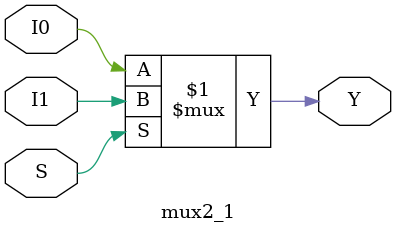
<source format=v>
module mux2_1(Y,S,I0,I1);
  input S;
  input I0,I1;
  output Y;
  assign Y=S?I1:I0;
endmodule

</source>
